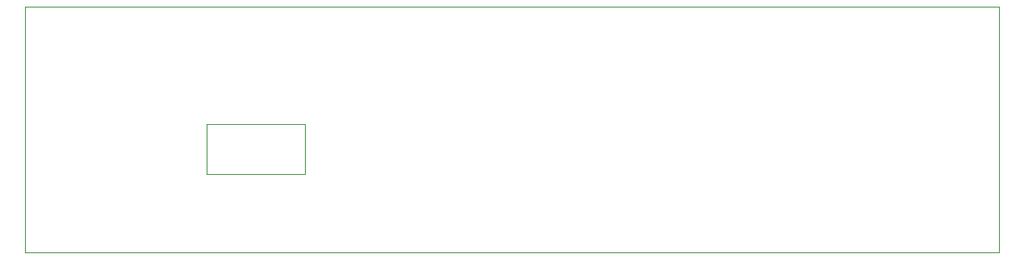
<source format=gbr>
%TF.GenerationSoftware,KiCad,Pcbnew,(6.0.7)*%
%TF.CreationDate,2022-09-11T17:15:05+08:00*%
%TF.ProjectId,Usb_ext,5573625f-6578-4742-9e6b-696361645f70,1.0*%
%TF.SameCoordinates,Original*%
%TF.FileFunction,Profile,NP*%
%FSLAX46Y46*%
G04 Gerber Fmt 4.6, Leading zero omitted, Abs format (unit mm)*
G04 Created by KiCad (PCBNEW (6.0.7)) date 2022-09-11 17:15:05*
%MOMM*%
%LPD*%
G01*
G04 APERTURE LIST*
%TA.AperFunction,Profile*%
%ADD10C,0.100000*%
%TD*%
G04 APERTURE END LIST*
D10*
X58500000Y-52000000D02*
X68500000Y-52000000D01*
X68500000Y-52000000D02*
X68500000Y-57000000D01*
X68500000Y-57000000D02*
X58500000Y-57000000D01*
X58500000Y-57000000D02*
X58500000Y-52000000D01*
X40000000Y-40000000D02*
X139000000Y-40000000D01*
X139000000Y-40000000D02*
X139000000Y-65000000D01*
X139000000Y-65000000D02*
X40000000Y-65000000D01*
X40000000Y-65000000D02*
X40000000Y-40000000D01*
M02*

</source>
